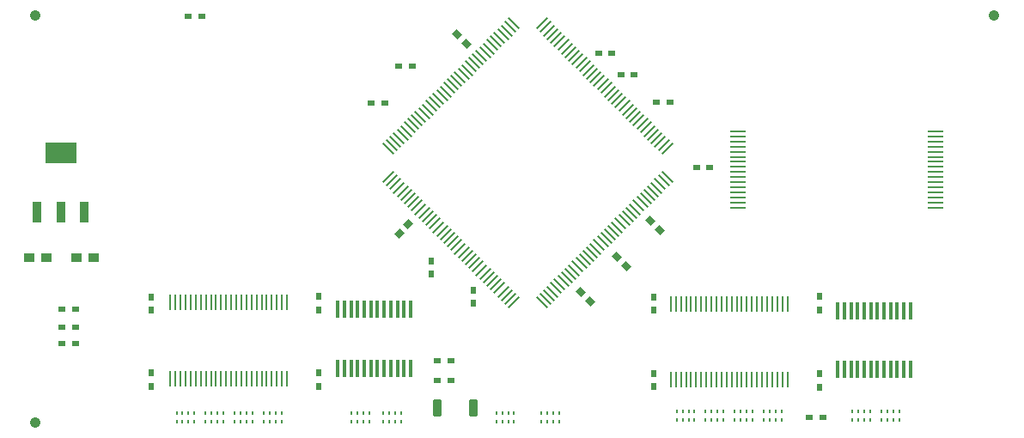
<source format=gbr>
G04 DipTrace 4.0.0.4*
G04 TopPaste.gbr*
%MOIN*%
G04 #@! TF.FileFunction,Paste,Top*
G04 #@! TF.Part,Single*
%AMOUTLINE2*
4,1,4,
0.019487,-0.002784,
0.002784,-0.019487,
-0.019487,0.002784,
-0.002784,0.019487,
0.019487,-0.002784,
0*%
%AMOUTLINE5*
4,1,4,
0.002784,0.019487,
0.019487,0.002784,
-0.002784,-0.019487,
-0.019487,-0.002784,
0.002784,0.019487,
0*%
%AMOUTLINE8*
4,1,4,
-0.019487,0.002784,
-0.002784,0.019487,
0.019487,-0.002784,
0.002784,-0.019487,
-0.019487,0.002784,
0*%
%AMOUTLINE11*
4,1,28,
-0.010107,0.032283,
0.010107,0.032283,
0.01227,0.031999,
0.014165,0.031214,
0.015792,0.029965,
0.017041,0.028338,
0.017826,0.026443,
0.01811,0.02428,
0.01811,-0.02428,
0.017826,-0.026443,
0.017041,-0.028338,
0.015792,-0.029965,
0.014165,-0.031214,
0.01227,-0.031999,
0.010107,-0.032283,
-0.010107,-0.032283,
-0.01227,-0.031999,
-0.014165,-0.031214,
-0.015792,-0.029965,
-0.017041,-0.028338,
-0.017826,-0.026443,
-0.01811,-0.02428,
-0.01811,0.02428,
-0.017826,0.026443,
-0.017041,0.028338,
-0.015792,0.029965,
-0.014165,0.031214,
-0.01227,0.031999,
-0.010107,0.032283,
0*%
%AMOUTLINE14*
4,1,28,
0.010107,-0.032283,
-0.010107,-0.032283,
-0.01227,-0.031999,
-0.014165,-0.031214,
-0.015792,-0.029965,
-0.017041,-0.028338,
-0.017826,-0.026443,
-0.01811,-0.02428,
-0.01811,0.02428,
-0.017826,0.026443,
-0.017041,0.028338,
-0.015792,0.029965,
-0.014165,0.031214,
-0.01227,0.031999,
-0.010107,0.032283,
0.010107,0.032283,
0.01227,0.031999,
0.014165,0.031214,
0.015792,0.029965,
0.017041,0.028338,
0.017826,0.026443,
0.01811,0.02428,
0.01811,-0.02428,
0.017826,-0.026443,
0.017041,-0.028338,
0.015792,-0.029965,
0.014165,-0.031214,
0.01227,-0.031999,
0.010107,-0.032283,
0*%
%AMOUTLINE17*
4,1,4,
0.018095,0.023663,
0.023663,0.018095,
-0.018095,-0.023663,
-0.023663,-0.018095,
0.018095,0.023663,
0*%
%AMOUTLINE20*
4,1,4,
0.023663,-0.018095,
0.018095,-0.023663,
-0.023663,0.018095,
-0.018095,0.023663,
0.023663,-0.018095,
0*%
%ADD38C,0.041417*%
%ADD48R,0.011811X0.066929*%
%ADD50R,0.007874X0.059055*%
%ADD52R,0.059055X0.007874*%
%ADD58R,0.124016X0.080709*%
%ADD60R,0.033465X0.080709*%
%ADD62R,0.008063X0.016063*%
%ADD72R,0.031496X0.023622*%
%ADD74R,0.023622X0.031496*%
%ADD76R,0.03937X0.035433*%
%ADD83OUTLINE2*%
%ADD86OUTLINE5*%
%ADD89OUTLINE8*%
%ADD92OUTLINE11*%
%ADD95OUTLINE14*%
%ADD98OUTLINE17*%
%ADD101OUTLINE20*%
%FSLAX26Y26*%
G04*
G70*
G90*
G75*
G01*
G04 TopPaste*
%LPD*%
D76*
X727165Y1574950D3*
X660236D3*
X545916D3*
X478987D3*
D74*
X949951Y1077088D3*
Y1128269D3*
Y1422812D3*
Y1371631D3*
X1599951Y1077882D3*
Y1129063D3*
Y1425541D3*
Y1374360D3*
X2899950Y1074867D3*
Y1126049D3*
Y1372978D3*
Y1424159D3*
X3543699Y1074360D3*
Y1125541D3*
Y1374360D3*
Y1425541D3*
D72*
X1096318Y2512806D3*
X1147499D3*
X2113042Y1099951D3*
X2061861D3*
X3556791Y956201D3*
X3505610D3*
X605610Y1306202D3*
X656791D3*
X3119291Y1924951D3*
X3068110D3*
X1856791Y2174950D3*
X1805610D3*
X1963042Y2318701D3*
X1911861D3*
D83*
X2174296Y2406855D3*
X2138106Y2443045D3*
D86*
X1949296Y1705547D3*
X1913106Y1669356D3*
D74*
X2037451Y1563042D3*
Y1511861D3*
X2199950Y1450541D3*
Y1399360D3*
D72*
X2686860Y2368701D3*
X2738041D3*
X2774361Y2287451D3*
X2825542D3*
X2911861Y2181201D3*
X2963042D3*
D89*
X2619356Y1443045D3*
X2655547Y1406855D3*
X2756856Y1580545D3*
X2793047Y1544355D3*
X2888106Y1718045D3*
X2924296Y1681855D3*
D92*
X2062106Y993701D3*
D95*
X2200295D3*
D72*
X656791Y1374951D3*
X605610D3*
Y1243701D3*
X656791D3*
X2113042Y1174951D3*
X2061861D3*
D62*
X1049972Y939307D3*
Y974307D3*
X1072972Y939307D3*
Y974307D3*
X1095972Y939307D3*
Y974307D3*
X1118972Y939307D3*
Y974307D3*
X1162472Y939307D3*
Y974307D3*
X1185472Y939307D3*
Y974307D3*
X1208472Y939307D3*
Y974307D3*
X1231472Y939307D3*
Y974307D3*
X1274971Y939307D3*
Y974307D3*
X1297971Y939307D3*
Y974307D3*
X1320971Y939307D3*
Y974307D3*
X1343971Y939307D3*
Y974307D3*
X1387472Y939307D3*
Y974307D3*
X1410472Y939307D3*
Y974307D3*
X1433472Y939307D3*
Y974307D3*
X1456472Y939307D3*
Y974307D3*
X1727951Y938701D3*
Y973701D3*
X1750951Y938701D3*
Y973701D3*
X1773951Y938701D3*
Y973701D3*
X1796951Y938701D3*
Y973701D3*
X1852951Y938701D3*
Y973701D3*
X1875951Y938701D3*
Y973701D3*
X1898951Y938701D3*
Y973701D3*
X1921951Y938701D3*
Y973701D3*
X2990451Y944951D3*
Y979951D3*
X3013451Y944951D3*
Y979951D3*
X3036451Y944951D3*
Y979951D3*
X3059451Y944951D3*
Y979951D3*
X3102950Y944951D3*
Y979951D3*
X3125950Y944951D3*
Y979951D3*
X3148950Y944951D3*
Y979951D3*
X3171950Y944951D3*
Y979951D3*
X3215450Y944950D3*
Y979950D3*
X3238450Y944950D3*
Y979950D3*
X3261450Y944950D3*
Y979950D3*
X3284450Y944950D3*
Y979950D3*
X3327951Y944951D3*
Y979951D3*
X3350951Y944951D3*
Y979951D3*
X3373951Y944951D3*
Y979951D3*
X3396951Y944951D3*
Y979951D3*
X3671702Y944950D3*
Y979950D3*
X3694702Y944950D3*
Y979950D3*
X3717702Y944950D3*
Y979950D3*
X3740702Y944950D3*
Y979950D3*
X3784201Y944950D3*
Y979950D3*
X3807201Y944950D3*
Y979950D3*
X3830201Y944950D3*
Y979950D3*
X3853201Y944950D3*
Y979950D3*
X2359450Y973701D3*
Y938701D3*
X2336450Y973701D3*
Y938701D3*
X2313450Y973701D3*
Y938701D3*
X2290450Y973701D3*
Y938701D3*
X2534451Y973699D3*
Y938699D3*
X2511451Y973699D3*
Y938699D3*
X2488451Y973699D3*
Y938699D3*
X2465451Y973699D3*
Y938699D3*
D98*
X2953917Y1997987D3*
X2939998Y2011906D3*
X2926078Y2025825D3*
X2912159Y2039745D3*
X2898239Y2053664D3*
X2884320Y2067584D3*
X2870401Y2081503D3*
X2856481Y2095423D3*
X2842562Y2109342D3*
X2828642Y2123261D3*
X2814723Y2137181D3*
X2800803Y2151100D3*
X2786884Y2165020D3*
X2772965Y2178939D3*
X2759045Y2192858D3*
X2745126Y2206778D3*
X2731206Y2220697D3*
X2717287Y2234617D3*
X2703367Y2248536D3*
X2689448Y2262456D3*
X2675529Y2276375D3*
X2661609Y2290294D3*
X2647690Y2304214D3*
X2633770Y2318133D3*
X2619851Y2332053D3*
X2605931Y2345972D3*
X2592012Y2359892D3*
X2578093Y2373811D3*
X2564173Y2387730D3*
X2550254Y2401650D3*
X2536334Y2415569D3*
X2522415Y2429489D3*
X2508495Y2443408D3*
X2494576Y2457328D3*
X2480657Y2471247D3*
X2466737Y2485166D3*
D101*
X2358166D3*
X2344246Y2471247D3*
X2330327Y2457328D3*
X2316407Y2443408D3*
X2302488Y2429489D3*
X2288569Y2415569D3*
X2274649Y2401650D3*
X2260730Y2387730D3*
X2246810Y2373811D3*
X2232891Y2359892D3*
X2218971Y2345972D3*
X2205052Y2332053D3*
X2191133Y2318133D3*
X2177213Y2304214D3*
X2163294Y2290294D3*
X2149374Y2276375D3*
X2135455Y2262456D3*
X2121535Y2248536D3*
X2107616Y2234617D3*
X2093697Y2220697D3*
X2079777Y2206778D3*
X2065858Y2192858D3*
X2051938Y2178939D3*
X2038019Y2165020D3*
X2024099Y2151100D3*
X2010180Y2137181D3*
X1996261Y2123261D3*
X1982341Y2109342D3*
X1968422Y2095423D3*
X1954502Y2081503D3*
X1940583Y2067584D3*
X1926664Y2053664D3*
X1912744Y2039745D3*
X1898825Y2025825D3*
X1884905Y2011906D3*
X1870986Y1997987D3*
D98*
Y1889415D3*
X1884905Y1875496D3*
X1898825Y1861576D3*
X1912744Y1847657D3*
X1926664Y1833737D3*
X1940583Y1819818D3*
X1954502Y1805898D3*
X1968422Y1791979D3*
X1982341Y1778060D3*
X1996261Y1764140D3*
X2010180Y1750221D3*
X2024099Y1736301D3*
X2038019Y1722382D3*
X2051938Y1708463D3*
X2065858Y1694543D3*
X2079777Y1680624D3*
X2093697Y1666704D3*
X2107616Y1652785D3*
X2121535Y1638865D3*
X2135455Y1624946D3*
X2149374Y1611027D3*
X2163294Y1597107D3*
X2177213Y1583188D3*
X2191133Y1569268D3*
X2205052Y1555349D3*
X2218971Y1541429D3*
X2232891Y1527510D3*
X2246810Y1513591D3*
X2260730Y1499671D3*
X2274649Y1485752D3*
X2288569Y1471832D3*
X2302488Y1457913D3*
X2316407Y1443993D3*
X2330327Y1430074D3*
X2344246Y1416155D3*
X2358166Y1402235D3*
D101*
X2466737D3*
X2480657Y1416155D3*
X2494576Y1430074D3*
X2508495Y1443993D3*
X2522415Y1457913D3*
X2536334Y1471832D3*
X2550254Y1485752D3*
X2564173Y1499671D3*
X2578093Y1513591D3*
X2592012Y1527510D3*
X2605931Y1541429D3*
X2619851Y1555349D3*
X2633770Y1569268D3*
X2647690Y1583188D3*
X2661609Y1597107D3*
X2675529Y1611027D3*
X2689448Y1624946D3*
X2703367Y1638865D3*
X2717287Y1652785D3*
X2731206Y1666704D3*
X2745126Y1680624D3*
X2759045Y1694543D3*
X2772965Y1708463D3*
X2786884Y1722382D3*
X2800803Y1736301D3*
X2814723Y1750221D3*
X2828642Y1764140D3*
X2842562Y1778060D3*
X2856481Y1791979D3*
X2870401Y1805898D3*
X2884320Y1819818D3*
X2898239Y1833737D3*
X2912159Y1847657D3*
X2926078Y1861576D3*
X2939998Y1875496D3*
X2953917Y1889415D3*
D60*
X509400Y1754528D3*
X599951D3*
X690503D3*
D58*
X599951Y1982874D3*
D52*
X3229136Y2066211D3*
Y2046526D3*
Y2026841D3*
Y2007156D3*
Y1987471D3*
Y1967786D3*
Y1948101D3*
Y1928416D3*
Y1908731D3*
Y1889046D3*
Y1869361D3*
Y1849676D3*
Y1829991D3*
Y1810306D3*
Y1790621D3*
Y1770936D3*
X3994885D3*
Y1790621D3*
Y1810306D3*
Y1829991D3*
Y1849676D3*
Y1869361D3*
Y1889046D3*
Y1908731D3*
Y1928416D3*
Y1948101D3*
Y1967786D3*
Y1987471D3*
Y2007156D3*
Y2026841D3*
Y2046526D3*
Y2066211D3*
D50*
X1025556Y1106778D3*
X1045241D3*
X1064927D3*
X1084612D3*
X1104297D3*
X1123982D3*
X1143667D3*
X1163352D3*
X1183037D3*
X1202722D3*
X1222407D3*
X1242092D3*
X1261777D3*
X1281462D3*
X1301147D3*
X1320832D3*
X1340517D3*
X1360202D3*
X1379887D3*
X1399572D3*
X1419257D3*
X1438942D3*
X1458627D3*
X1478312D3*
Y1402054D3*
X1458627D3*
X1438942D3*
X1419257D3*
X1399572D3*
X1379887D3*
X1360202D3*
X1340517D3*
X1320832D3*
X1301147D3*
X1281462D3*
X1261777D3*
X1242092D3*
X1222407D3*
X1202722D3*
X1183037D3*
X1163352D3*
X1143667D3*
X1123982D3*
X1104297D3*
X1084612D3*
X1064927D3*
X1045241D3*
X1025556D3*
X2967323Y1102314D3*
X2987008D3*
X3006693D3*
X3026378D3*
X3046063D3*
X3065748D3*
X3085433D3*
X3105118D3*
X3124803D3*
X3144488D3*
X3164173D3*
X3183858D3*
X3203543D3*
X3223228D3*
X3242913D3*
X3262598D3*
X3282283D3*
X3301969D3*
X3321654D3*
X3341339D3*
X3361024D3*
X3380709D3*
X3400394D3*
X3420079D3*
Y1397589D3*
X3400394D3*
X3380709D3*
X3361024D3*
X3341339D3*
X3321654D3*
X3301969D3*
X3282283D3*
X3262598D3*
X3242913D3*
X3223228D3*
X3203543D3*
X3183858D3*
X3164173D3*
X3144488D3*
X3124803D3*
X3105118D3*
X3085433D3*
X3065748D3*
X3046063D3*
X3026378D3*
X3006693D3*
X2987008D3*
X2967323D3*
D48*
X1676050Y1147432D3*
X1701640D3*
X1727231D3*
X1752822D3*
X1778412D3*
X1804003D3*
X1829593D3*
X1855184D3*
X1880774D3*
X1906365D3*
X1931955D3*
X1957546D3*
Y1375786D3*
X1931955Y1375778D3*
X1906365D3*
X1880774D3*
X1855184D3*
X1829593D3*
X1804003D3*
X1778412D3*
X1752822D3*
X1727231D3*
X1701640D3*
X1676050D3*
X3615453Y1142024D3*
X3641043D3*
X3666634D3*
X3692224D3*
X3717815D3*
X3743406D3*
X3768996D3*
X3794587D3*
X3820177D3*
X3845768D3*
X3871358D3*
X3896949D3*
Y1370378D3*
X3871358Y1370370D3*
X3845768D3*
X3820177D3*
X3794587D3*
X3768996D3*
X3743406D3*
X3717815D3*
X3692224D3*
X3666634D3*
X3641043D3*
X3615453D3*
D38*
X499951Y2515576D3*
X4221826D3*
X499951Y937451D3*
M02*

</source>
